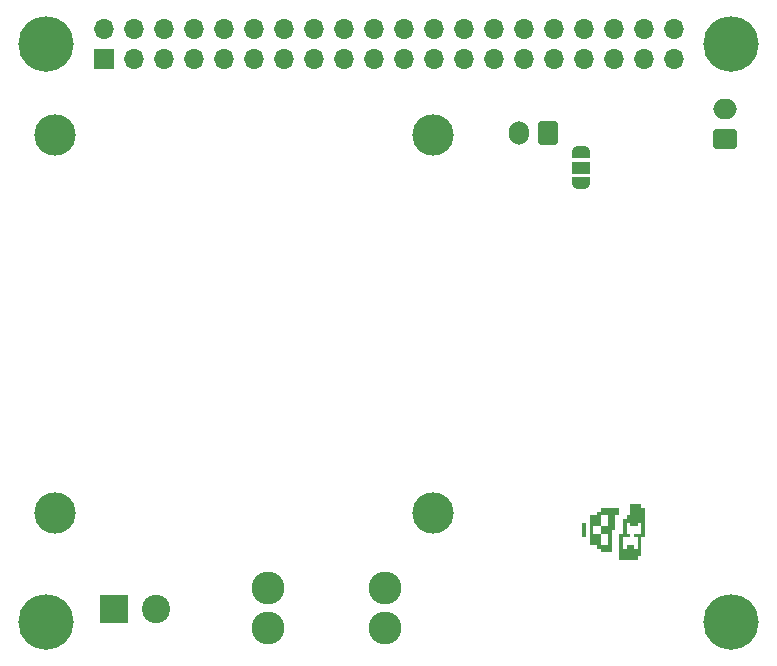
<source format=gbr>
%TF.GenerationSoftware,KiCad,Pcbnew,(6.0.4)*%
%TF.CreationDate,2022-07-12T09:01:25+01:00*%
%TF.ProjectId,PowerPi,506f7765-7250-4692-9e6b-696361645f70,rev?*%
%TF.SameCoordinates,Original*%
%TF.FileFunction,Soldermask,Bot*%
%TF.FilePolarity,Negative*%
%FSLAX46Y46*%
G04 Gerber Fmt 4.6, Leading zero omitted, Abs format (unit mm)*
G04 Created by KiCad (PCBNEW (6.0.4)) date 2022-07-12 09:01:25*
%MOMM*%
%LPD*%
G01*
G04 APERTURE LIST*
G04 Aperture macros list*
%AMRoundRect*
0 Rectangle with rounded corners*
0 $1 Rounding radius*
0 $2 $3 $4 $5 $6 $7 $8 $9 X,Y pos of 4 corners*
0 Add a 4 corners polygon primitive as box body*
4,1,4,$2,$3,$4,$5,$6,$7,$8,$9,$2,$3,0*
0 Add four circle primitives for the rounded corners*
1,1,$1+$1,$2,$3*
1,1,$1+$1,$4,$5*
1,1,$1+$1,$6,$7*
1,1,$1+$1,$8,$9*
0 Add four rect primitives between the rounded corners*
20,1,$1+$1,$2,$3,$4,$5,0*
20,1,$1+$1,$4,$5,$6,$7,0*
20,1,$1+$1,$6,$7,$8,$9,0*
20,1,$1+$1,$8,$9,$2,$3,0*%
%AMFreePoly0*
4,1,22,0.550000,-0.750000,0.000000,-0.750000,0.000000,-0.745033,-0.079941,-0.743568,-0.215256,-0.701293,-0.333266,-0.622738,-0.424486,-0.514219,-0.481581,-0.384460,-0.499164,-0.250000,-0.500000,-0.250000,-0.500000,0.250000,-0.499164,0.250000,-0.499963,0.256109,-0.478152,0.396186,-0.417904,0.524511,-0.324060,0.630769,-0.204165,0.706417,-0.067858,0.745374,0.000000,0.744959,0.000000,0.750000,
0.550000,0.750000,0.550000,-0.750000,0.550000,-0.750000,$1*%
%AMFreePoly1*
4,1,20,0.000000,0.744959,0.073905,0.744508,0.209726,0.703889,0.328688,0.626782,0.421226,0.519385,0.479903,0.390333,0.500000,0.250000,0.500000,-0.250000,0.499851,-0.262216,0.476331,-0.402017,0.414519,-0.529596,0.319384,-0.634700,0.198574,-0.708877,0.061801,-0.746166,0.000000,-0.745033,0.000000,-0.750000,-0.550000,-0.750000,-0.550000,0.750000,0.000000,0.750000,0.000000,0.744959,
0.000000,0.744959,$1*%
G04 Aperture macros list end*
%ADD10RoundRect,0.250000X0.750000X-0.600000X0.750000X0.600000X-0.750000X0.600000X-0.750000X-0.600000X0*%
%ADD11O,2.000000X1.700000*%
%ADD12C,4.700000*%
%ADD13R,2.400000X2.400000*%
%ADD14C,2.400000*%
%ADD15C,3.500000*%
%ADD16C,2.780000*%
%ADD17RoundRect,0.250000X0.600000X0.750000X-0.600000X0.750000X-0.600000X-0.750000X0.600000X-0.750000X0*%
%ADD18O,1.700000X2.000000*%
%ADD19R,1.700000X1.700000*%
%ADD20O,1.700000X1.700000*%
%ADD21FreePoly0,90.000000*%
%ADD22R,1.500000X1.000000*%
%ADD23FreePoly1,90.000000*%
G04 APERTURE END LIST*
%TO.C,G\u002A\u002A\u002A*%
G36*
X137256289Y-98250000D02*
G01*
X137568866Y-98250000D01*
X137568866Y-97000000D01*
X137881443Y-97000000D01*
X137881443Y-96687500D01*
X138194020Y-96687500D01*
X138194020Y-95750000D01*
X139131750Y-95750000D01*
X139131750Y-96062500D01*
X139444327Y-96062500D01*
X139444327Y-98562500D01*
X139131750Y-98562500D01*
X139131750Y-100125000D01*
X138819173Y-100125000D01*
X138819173Y-100437500D01*
X137256289Y-100437500D01*
X137256289Y-99500000D01*
X137568866Y-99500000D01*
X137881443Y-99500000D01*
X137881443Y-99187500D01*
X138506597Y-99187500D01*
X138506597Y-99500000D01*
X138819173Y-99500000D01*
X138819173Y-98562500D01*
X138506597Y-98562500D01*
X138506597Y-98250000D01*
X139131750Y-98250000D01*
X139131750Y-97312500D01*
X138819173Y-97312500D01*
X138819173Y-97625000D01*
X138194020Y-97625000D01*
X138194020Y-97312500D01*
X137881443Y-97312500D01*
X137881443Y-98250000D01*
X138194020Y-98250000D01*
X138194020Y-98562500D01*
X137568866Y-98562500D01*
X137568866Y-99500000D01*
X137256289Y-99500000D01*
X137256289Y-98250000D01*
G37*
G36*
X134755673Y-96687500D02*
G01*
X135380827Y-96687500D01*
X135380827Y-96375000D01*
X135693404Y-96375000D01*
X135693404Y-96062500D01*
X137256289Y-96062500D01*
X137256289Y-96687500D01*
X136943711Y-96687500D01*
X136943711Y-97937500D01*
X136631135Y-97937500D01*
X136631135Y-99812500D01*
X135693404Y-99812500D01*
X135693404Y-99500000D01*
X135380827Y-99500000D01*
X135380827Y-99187500D01*
X135693404Y-99187500D01*
X136318558Y-99187500D01*
X136318558Y-98250000D01*
X135693404Y-98250000D01*
X135693404Y-99187500D01*
X135380827Y-99187500D01*
X134755673Y-99187500D01*
X134755673Y-98250000D01*
X135068250Y-98250000D01*
X135693404Y-98250000D01*
X135693404Y-97625000D01*
X136318558Y-97625000D01*
X136318558Y-96687500D01*
X135693404Y-96687500D01*
X135693404Y-97625000D01*
X135068250Y-97625000D01*
X135068250Y-98250000D01*
X134755673Y-98250000D01*
X134755673Y-96687500D01*
G37*
G36*
X134443096Y-98562500D02*
G01*
X134130519Y-98562500D01*
X134130519Y-97312500D01*
X134443096Y-97312500D01*
X134443096Y-98562500D01*
G37*
%TD*%
D10*
%TO.C,J8*%
X146200000Y-64800000D03*
D11*
X146200000Y-62300000D03*
%TD*%
D12*
%TO.C,H2*%
X88750000Y-56750000D03*
%TD*%
D13*
%TO.C,J1*%
X94500000Y-104650000D03*
D14*
X98000000Y-104650000D03*
%TD*%
D15*
%TO.C,H5*%
X89500000Y-96500000D03*
%TD*%
D16*
%TO.C,F1*%
X107540000Y-102800000D03*
X107540000Y-106200000D03*
X117460000Y-106200000D03*
X117460000Y-102800000D03*
%TD*%
D17*
%TO.C,J3*%
X131250000Y-64350000D03*
D18*
X128750000Y-64350000D03*
%TD*%
D15*
%TO.C,H6*%
X121500000Y-64500000D03*
%TD*%
D12*
%TO.C,H3*%
X146750000Y-56750000D03*
%TD*%
D15*
%TO.C,H7*%
X89500000Y-64500000D03*
%TD*%
%TO.C,H8*%
X121500000Y-96500000D03*
%TD*%
D12*
%TO.C,H1*%
X146750000Y-105750000D03*
%TD*%
%TO.C,H4*%
X88750000Y-105750000D03*
%TD*%
D19*
%TO.C,J6*%
X93620000Y-58020000D03*
D20*
X93620000Y-55480000D03*
X96160000Y-58020000D03*
X96160000Y-55480000D03*
X98700000Y-58020000D03*
X98700000Y-55480000D03*
X101240000Y-58020000D03*
X101240000Y-55480000D03*
X103780000Y-58020000D03*
X103780000Y-55480000D03*
X106320000Y-58020000D03*
X106320000Y-55480000D03*
X108860000Y-58020000D03*
X108860000Y-55480000D03*
X111400000Y-58020000D03*
X111400000Y-55480000D03*
X113940000Y-58020000D03*
X113940000Y-55480000D03*
X116480000Y-58020000D03*
X116480000Y-55480000D03*
X119020000Y-58020000D03*
X119020000Y-55480000D03*
X121560000Y-58020000D03*
X121560000Y-55480000D03*
X124100000Y-58020000D03*
X124100000Y-55480000D03*
X126640000Y-58020000D03*
X126640000Y-55480000D03*
X129180000Y-58020000D03*
X129180000Y-55480000D03*
X131720000Y-58020000D03*
X131720000Y-55480000D03*
X134260000Y-58020000D03*
X134260000Y-55480000D03*
X136800000Y-58020000D03*
X136800000Y-55480000D03*
X139340000Y-58020000D03*
X139340000Y-55480000D03*
X141880000Y-58020000D03*
X141880000Y-55480000D03*
%TD*%
D21*
%TO.C,JP1*%
X134000000Y-68550000D03*
D22*
X134000000Y-67250000D03*
D23*
X134000000Y-65950000D03*
%TD*%
M02*

</source>
